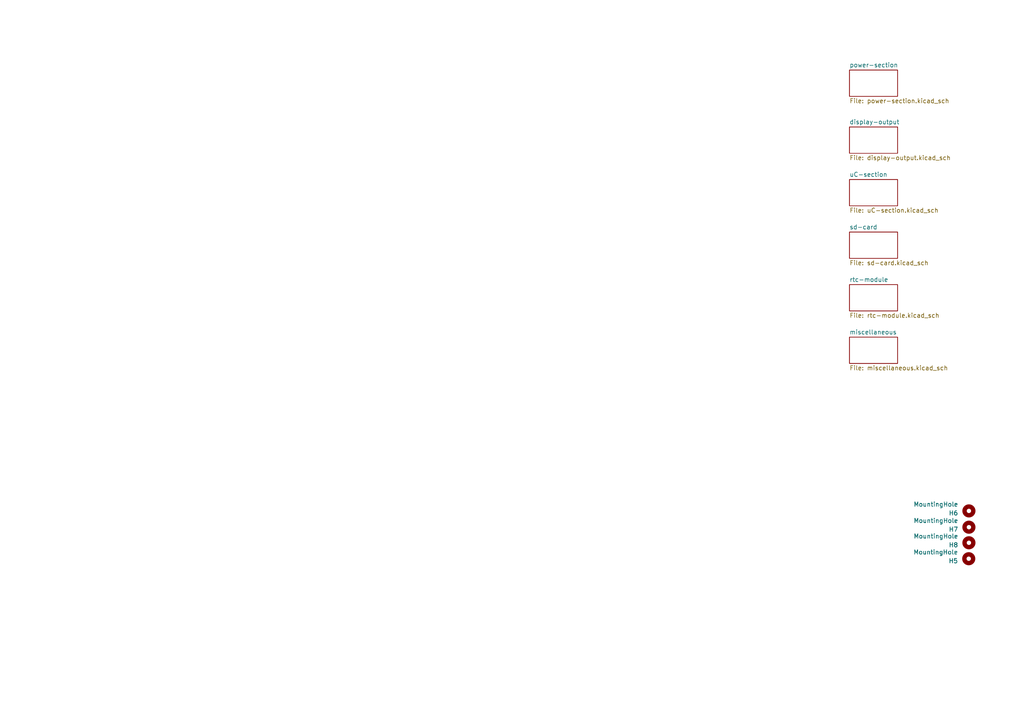
<source format=kicad_sch>
(kicad_sch (version 20230121) (generator eeschema)
  (paper "A4")
  (lib_symbols
    (symbol "Mechanical:MountingHole" (pin_names (offset 1.016))
      (property "Reference" "H" (at 0 5.08 0))
      (property "Value" "MountingHole" (at 0 3.175 0))
      (symbol "MountingHole_0_1"
        (circle (center 0 0) (radius 1.27) (stroke (width 1.27)))
      )
    )
  )
  (symbol (lib_id "Mechanical:MountingHole") (at 281.0256 148.1836 180) (unit 1)
    (property "Reference" "H6" (at 277.9268 148.8186 0) (effects (justify left)))
    (property "Value" "MountingHole" (at 277.9268 146.2786 0) (effects (justify left)))
    (property "Footprint" "MountingHole:MountingHole_2.2mm_M2_Pad_Via" (effects hide))
  )
  (symbol (lib_id "Mechanical:MountingHole") (at 281.0256 157.4292 180) (unit 1)
    (property "Reference" "H8" (at 277.9268 158.0642 0) (effects (justify left)))
    (property "Value" "MountingHole" (at 277.9268 155.5242 0) (effects (justify left)))
    (property "Footprint" "MountingHole:MountingHole_2.2mm_M2_Pad_Via" (effects hide))
  )
  (symbol (lib_id "Mechanical:MountingHole") (at 281.0256 152.908 180) (unit 1)
    (property "Reference" "H7" (at 277.9268 153.543 0) (effects (justify left)))
    (property "Value" "MountingHole" (at 277.9268 151.003 0) (effects (justify left)))
    (property "Footprint" "MountingHole:MountingHole_2.2mm_M2_Pad_Via" (effects hide))
  )
  (symbol (lib_id "Mechanical:MountingHole") (at 280.9748 162.052 180) (unit 1)
    (property "Reference" "H5" (at 277.876 162.687 0) (effects (justify left)))
    (property "Value" "MountingHole" (at 277.876 160.147 0) (effects (justify left)))
    (property "Footprint" "MountingHole:MountingHole_2.2mm_M2_Pad_Via" (effects hide))
  )
  (sheet (at 246.38 36.83) (size 13.97 7.62) (stroke (width 0.1524))
    (property "Sheetname" "display-output" (at 246.38 36.1184 0) (effects (justify left bottom)))
    (property "Sheetfile" "display-output.kicad_sch" (at 246.38 45.0346 0) (effects (justify left top)))
  )
  (sheet (at 246.38 67.31) (size 13.97 7.62) (stroke (width 0.1524))
    (property "Sheetname" "sd-card" (at 246.38 66.5984 0) (effects (justify left bottom)))
    (property "Sheetfile" "sd-card.kicad_sch" (at 246.38 75.5146 0) (effects (justify left top)))
  )
  (sheet (at 246.38 82.55) (size 13.97 7.62) (stroke (width 0.1524))
    (property "Sheetname" "rtc-module" (at 246.38 81.8384 0) (effects (justify left bottom)))
    (property "Sheetfile" "rtc-module.kicad_sch" (at 246.38 90.7546 0) (effects (justify left top)))
  )
  (sheet (at 246.38 97.79) (size 13.97 7.62) (stroke (width 0.1524))
    (property "Sheetname" "miscellaneous" (at 246.38 97.0784 0) (effects (justify left bottom)))
    (property "Sheetfile" "miscellaneous.kicad_sch" (at 246.38 105.9946 0) (effects (justify left top)))
  )
  (sheet (at 246.38 52.07) (size 13.97 7.62) (stroke (width 0.1524))
    (property "Sheetname" "uC-section" (at 246.38 51.3584 0) (effects (justify left bottom)))
    (property "Sheetfile" "uC-section.kicad_sch" (at 246.38 60.2746 0) (effects (justify left top)))
  )
  (sheet (at 246.38 20.32) (size 13.97 7.62) (stroke (width 0.1524))
    (property "Sheetname" "power-section" (at 246.38 19.6084 0) (effects (justify left bottom)))
    (property "Sheetfile" "power-section.kicad_sch" (at 246.38 28.5246 0) (effects (justify left top)))
  )
)
</source>
